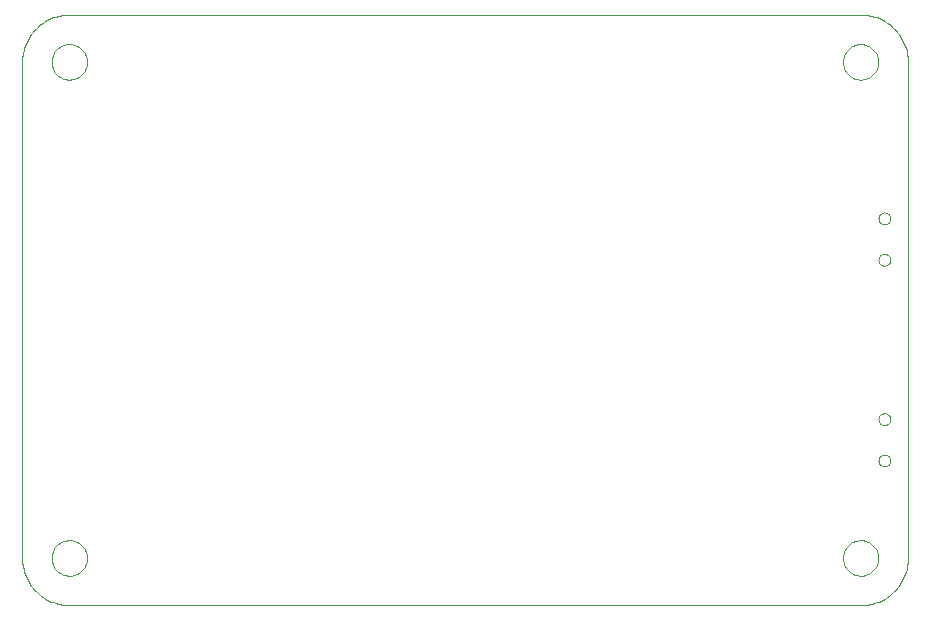
<source format=gko>
G75*
G70*
%OFA0B0*%
%FSLAX24Y24*%
%IPPOS*%
%LPD*%
%AMOC8*
5,1,8,0,0,1.08239X$1,22.5*
%
%ADD10C,0.0000*%
D10*
X001675Y000100D02*
X028053Y000100D01*
X028130Y000102D01*
X028207Y000108D01*
X028284Y000117D01*
X028360Y000130D01*
X028436Y000147D01*
X028510Y000168D01*
X028584Y000192D01*
X028656Y000220D01*
X028726Y000251D01*
X028795Y000286D01*
X028863Y000324D01*
X028928Y000365D01*
X028991Y000410D01*
X029052Y000458D01*
X029111Y000508D01*
X029167Y000561D01*
X029220Y000617D01*
X029270Y000676D01*
X029318Y000737D01*
X029363Y000800D01*
X029404Y000865D01*
X029442Y000933D01*
X029477Y001002D01*
X029508Y001072D01*
X029536Y001144D01*
X029560Y001218D01*
X029581Y001292D01*
X029598Y001368D01*
X029611Y001444D01*
X029620Y001521D01*
X029626Y001598D01*
X029628Y001675D01*
X029628Y018210D01*
X029626Y018287D01*
X029620Y018364D01*
X029611Y018441D01*
X029598Y018517D01*
X029581Y018593D01*
X029560Y018667D01*
X029536Y018741D01*
X029508Y018813D01*
X029477Y018883D01*
X029442Y018952D01*
X029404Y019020D01*
X029363Y019085D01*
X029318Y019148D01*
X029270Y019209D01*
X029220Y019268D01*
X029167Y019324D01*
X029111Y019377D01*
X029052Y019427D01*
X028991Y019475D01*
X028928Y019520D01*
X028863Y019561D01*
X028795Y019599D01*
X028726Y019634D01*
X028656Y019665D01*
X028584Y019693D01*
X028510Y019717D01*
X028436Y019738D01*
X028360Y019755D01*
X028284Y019768D01*
X028207Y019777D01*
X028130Y019783D01*
X028053Y019785D01*
X001675Y019785D01*
X001598Y019783D01*
X001521Y019777D01*
X001444Y019768D01*
X001368Y019755D01*
X001292Y019738D01*
X001218Y019717D01*
X001144Y019693D01*
X001072Y019665D01*
X001002Y019634D01*
X000933Y019599D01*
X000865Y019561D01*
X000800Y019520D01*
X000737Y019475D01*
X000676Y019427D01*
X000617Y019377D01*
X000561Y019324D01*
X000508Y019268D01*
X000458Y019209D01*
X000410Y019148D01*
X000365Y019085D01*
X000324Y019020D01*
X000286Y018952D01*
X000251Y018883D01*
X000220Y018813D01*
X000192Y018741D01*
X000168Y018667D01*
X000147Y018593D01*
X000130Y018517D01*
X000117Y018441D01*
X000108Y018364D01*
X000102Y018287D01*
X000100Y018210D01*
X000100Y001675D01*
X000102Y001598D01*
X000108Y001521D01*
X000117Y001444D01*
X000130Y001368D01*
X000147Y001292D01*
X000168Y001218D01*
X000192Y001144D01*
X000220Y001072D01*
X000251Y001002D01*
X000286Y000933D01*
X000324Y000865D01*
X000365Y000800D01*
X000410Y000737D01*
X000458Y000676D01*
X000508Y000617D01*
X000561Y000561D01*
X000617Y000508D01*
X000676Y000458D01*
X000737Y000410D01*
X000800Y000365D01*
X000865Y000324D01*
X000933Y000286D01*
X001002Y000251D01*
X001072Y000220D01*
X001144Y000192D01*
X001218Y000168D01*
X001292Y000147D01*
X001368Y000130D01*
X001444Y000117D01*
X001521Y000108D01*
X001598Y000102D01*
X001675Y000100D01*
X001084Y001675D02*
X001086Y001723D01*
X001092Y001771D01*
X001102Y001818D01*
X001115Y001864D01*
X001133Y001909D01*
X001153Y001953D01*
X001178Y001995D01*
X001206Y002034D01*
X001236Y002071D01*
X001270Y002105D01*
X001307Y002137D01*
X001345Y002166D01*
X001386Y002191D01*
X001429Y002213D01*
X001474Y002231D01*
X001520Y002245D01*
X001567Y002256D01*
X001615Y002263D01*
X001663Y002266D01*
X001711Y002265D01*
X001759Y002260D01*
X001807Y002251D01*
X001853Y002239D01*
X001898Y002222D01*
X001942Y002202D01*
X001984Y002179D01*
X002024Y002152D01*
X002062Y002122D01*
X002097Y002089D01*
X002129Y002053D01*
X002159Y002015D01*
X002185Y001974D01*
X002207Y001931D01*
X002227Y001887D01*
X002242Y001842D01*
X002254Y001795D01*
X002262Y001747D01*
X002266Y001699D01*
X002266Y001651D01*
X002262Y001603D01*
X002254Y001555D01*
X002242Y001508D01*
X002227Y001463D01*
X002207Y001419D01*
X002185Y001376D01*
X002159Y001335D01*
X002129Y001297D01*
X002097Y001261D01*
X002062Y001228D01*
X002024Y001198D01*
X001984Y001171D01*
X001942Y001148D01*
X001898Y001128D01*
X001853Y001111D01*
X001807Y001099D01*
X001759Y001090D01*
X001711Y001085D01*
X001663Y001084D01*
X001615Y001087D01*
X001567Y001094D01*
X001520Y001105D01*
X001474Y001119D01*
X001429Y001137D01*
X001386Y001159D01*
X001345Y001184D01*
X001307Y001213D01*
X001270Y001245D01*
X001236Y001279D01*
X001206Y001316D01*
X001178Y001355D01*
X001153Y001397D01*
X001133Y001441D01*
X001115Y001486D01*
X001102Y001532D01*
X001092Y001579D01*
X001086Y001627D01*
X001084Y001675D01*
X001084Y018210D02*
X001086Y018258D01*
X001092Y018306D01*
X001102Y018353D01*
X001115Y018399D01*
X001133Y018444D01*
X001153Y018488D01*
X001178Y018530D01*
X001206Y018569D01*
X001236Y018606D01*
X001270Y018640D01*
X001307Y018672D01*
X001345Y018701D01*
X001386Y018726D01*
X001429Y018748D01*
X001474Y018766D01*
X001520Y018780D01*
X001567Y018791D01*
X001615Y018798D01*
X001663Y018801D01*
X001711Y018800D01*
X001759Y018795D01*
X001807Y018786D01*
X001853Y018774D01*
X001898Y018757D01*
X001942Y018737D01*
X001984Y018714D01*
X002024Y018687D01*
X002062Y018657D01*
X002097Y018624D01*
X002129Y018588D01*
X002159Y018550D01*
X002185Y018509D01*
X002207Y018466D01*
X002227Y018422D01*
X002242Y018377D01*
X002254Y018330D01*
X002262Y018282D01*
X002266Y018234D01*
X002266Y018186D01*
X002262Y018138D01*
X002254Y018090D01*
X002242Y018043D01*
X002227Y017998D01*
X002207Y017954D01*
X002185Y017911D01*
X002159Y017870D01*
X002129Y017832D01*
X002097Y017796D01*
X002062Y017763D01*
X002024Y017733D01*
X001984Y017706D01*
X001942Y017683D01*
X001898Y017663D01*
X001853Y017646D01*
X001807Y017634D01*
X001759Y017625D01*
X001711Y017620D01*
X001663Y017619D01*
X001615Y017622D01*
X001567Y017629D01*
X001520Y017640D01*
X001474Y017654D01*
X001429Y017672D01*
X001386Y017694D01*
X001345Y017719D01*
X001307Y017748D01*
X001270Y017780D01*
X001236Y017814D01*
X001206Y017851D01*
X001178Y017890D01*
X001153Y017932D01*
X001133Y017976D01*
X001115Y018021D01*
X001102Y018067D01*
X001092Y018114D01*
X001086Y018162D01*
X001084Y018210D01*
X027462Y018210D02*
X027464Y018258D01*
X027470Y018306D01*
X027480Y018353D01*
X027493Y018399D01*
X027511Y018444D01*
X027531Y018488D01*
X027556Y018530D01*
X027584Y018569D01*
X027614Y018606D01*
X027648Y018640D01*
X027685Y018672D01*
X027723Y018701D01*
X027764Y018726D01*
X027807Y018748D01*
X027852Y018766D01*
X027898Y018780D01*
X027945Y018791D01*
X027993Y018798D01*
X028041Y018801D01*
X028089Y018800D01*
X028137Y018795D01*
X028185Y018786D01*
X028231Y018774D01*
X028276Y018757D01*
X028320Y018737D01*
X028362Y018714D01*
X028402Y018687D01*
X028440Y018657D01*
X028475Y018624D01*
X028507Y018588D01*
X028537Y018550D01*
X028563Y018509D01*
X028585Y018466D01*
X028605Y018422D01*
X028620Y018377D01*
X028632Y018330D01*
X028640Y018282D01*
X028644Y018234D01*
X028644Y018186D01*
X028640Y018138D01*
X028632Y018090D01*
X028620Y018043D01*
X028605Y017998D01*
X028585Y017954D01*
X028563Y017911D01*
X028537Y017870D01*
X028507Y017832D01*
X028475Y017796D01*
X028440Y017763D01*
X028402Y017733D01*
X028362Y017706D01*
X028320Y017683D01*
X028276Y017663D01*
X028231Y017646D01*
X028185Y017634D01*
X028137Y017625D01*
X028089Y017620D01*
X028041Y017619D01*
X027993Y017622D01*
X027945Y017629D01*
X027898Y017640D01*
X027852Y017654D01*
X027807Y017672D01*
X027764Y017694D01*
X027723Y017719D01*
X027685Y017748D01*
X027648Y017780D01*
X027614Y017814D01*
X027584Y017851D01*
X027556Y017890D01*
X027531Y017932D01*
X027511Y017976D01*
X027493Y018021D01*
X027480Y018067D01*
X027470Y018114D01*
X027464Y018162D01*
X027462Y018210D01*
X028643Y012994D02*
X028645Y013021D01*
X028651Y013048D01*
X028660Y013074D01*
X028673Y013098D01*
X028689Y013121D01*
X028708Y013140D01*
X028730Y013157D01*
X028754Y013171D01*
X028779Y013181D01*
X028806Y013188D01*
X028833Y013191D01*
X028861Y013190D01*
X028888Y013185D01*
X028914Y013177D01*
X028938Y013165D01*
X028961Y013149D01*
X028982Y013131D01*
X028999Y013110D01*
X029014Y013086D01*
X029025Y013061D01*
X029033Y013035D01*
X029037Y013008D01*
X029037Y012980D01*
X029033Y012953D01*
X029025Y012927D01*
X029014Y012902D01*
X028999Y012878D01*
X028982Y012857D01*
X028961Y012839D01*
X028939Y012823D01*
X028914Y012811D01*
X028888Y012803D01*
X028861Y012798D01*
X028833Y012797D01*
X028806Y012800D01*
X028779Y012807D01*
X028754Y012817D01*
X028730Y012831D01*
X028708Y012848D01*
X028689Y012867D01*
X028673Y012890D01*
X028660Y012914D01*
X028651Y012940D01*
X028645Y012967D01*
X028643Y012994D01*
X028643Y011616D02*
X028645Y011643D01*
X028651Y011670D01*
X028660Y011696D01*
X028673Y011720D01*
X028689Y011743D01*
X028708Y011762D01*
X028730Y011779D01*
X028754Y011793D01*
X028779Y011803D01*
X028806Y011810D01*
X028833Y011813D01*
X028861Y011812D01*
X028888Y011807D01*
X028914Y011799D01*
X028938Y011787D01*
X028961Y011771D01*
X028982Y011753D01*
X028999Y011732D01*
X029014Y011708D01*
X029025Y011683D01*
X029033Y011657D01*
X029037Y011630D01*
X029037Y011602D01*
X029033Y011575D01*
X029025Y011549D01*
X029014Y011524D01*
X028999Y011500D01*
X028982Y011479D01*
X028961Y011461D01*
X028939Y011445D01*
X028914Y011433D01*
X028888Y011425D01*
X028861Y011420D01*
X028833Y011419D01*
X028806Y011422D01*
X028779Y011429D01*
X028754Y011439D01*
X028730Y011453D01*
X028708Y011470D01*
X028689Y011489D01*
X028673Y011512D01*
X028660Y011536D01*
X028651Y011562D01*
X028645Y011589D01*
X028643Y011616D01*
X028643Y006301D02*
X028645Y006328D01*
X028651Y006355D01*
X028660Y006381D01*
X028673Y006405D01*
X028689Y006428D01*
X028708Y006447D01*
X028730Y006464D01*
X028754Y006478D01*
X028779Y006488D01*
X028806Y006495D01*
X028833Y006498D01*
X028861Y006497D01*
X028888Y006492D01*
X028914Y006484D01*
X028938Y006472D01*
X028961Y006456D01*
X028982Y006438D01*
X028999Y006417D01*
X029014Y006393D01*
X029025Y006368D01*
X029033Y006342D01*
X029037Y006315D01*
X029037Y006287D01*
X029033Y006260D01*
X029025Y006234D01*
X029014Y006209D01*
X028999Y006185D01*
X028982Y006164D01*
X028961Y006146D01*
X028939Y006130D01*
X028914Y006118D01*
X028888Y006110D01*
X028861Y006105D01*
X028833Y006104D01*
X028806Y006107D01*
X028779Y006114D01*
X028754Y006124D01*
X028730Y006138D01*
X028708Y006155D01*
X028689Y006174D01*
X028673Y006197D01*
X028660Y006221D01*
X028651Y006247D01*
X028645Y006274D01*
X028643Y006301D01*
X028643Y004923D02*
X028645Y004950D01*
X028651Y004977D01*
X028660Y005003D01*
X028673Y005027D01*
X028689Y005050D01*
X028708Y005069D01*
X028730Y005086D01*
X028754Y005100D01*
X028779Y005110D01*
X028806Y005117D01*
X028833Y005120D01*
X028861Y005119D01*
X028888Y005114D01*
X028914Y005106D01*
X028938Y005094D01*
X028961Y005078D01*
X028982Y005060D01*
X028999Y005039D01*
X029014Y005015D01*
X029025Y004990D01*
X029033Y004964D01*
X029037Y004937D01*
X029037Y004909D01*
X029033Y004882D01*
X029025Y004856D01*
X029014Y004831D01*
X028999Y004807D01*
X028982Y004786D01*
X028961Y004768D01*
X028939Y004752D01*
X028914Y004740D01*
X028888Y004732D01*
X028861Y004727D01*
X028833Y004726D01*
X028806Y004729D01*
X028779Y004736D01*
X028754Y004746D01*
X028730Y004760D01*
X028708Y004777D01*
X028689Y004796D01*
X028673Y004819D01*
X028660Y004843D01*
X028651Y004869D01*
X028645Y004896D01*
X028643Y004923D01*
X027462Y001675D02*
X027464Y001723D01*
X027470Y001771D01*
X027480Y001818D01*
X027493Y001864D01*
X027511Y001909D01*
X027531Y001953D01*
X027556Y001995D01*
X027584Y002034D01*
X027614Y002071D01*
X027648Y002105D01*
X027685Y002137D01*
X027723Y002166D01*
X027764Y002191D01*
X027807Y002213D01*
X027852Y002231D01*
X027898Y002245D01*
X027945Y002256D01*
X027993Y002263D01*
X028041Y002266D01*
X028089Y002265D01*
X028137Y002260D01*
X028185Y002251D01*
X028231Y002239D01*
X028276Y002222D01*
X028320Y002202D01*
X028362Y002179D01*
X028402Y002152D01*
X028440Y002122D01*
X028475Y002089D01*
X028507Y002053D01*
X028537Y002015D01*
X028563Y001974D01*
X028585Y001931D01*
X028605Y001887D01*
X028620Y001842D01*
X028632Y001795D01*
X028640Y001747D01*
X028644Y001699D01*
X028644Y001651D01*
X028640Y001603D01*
X028632Y001555D01*
X028620Y001508D01*
X028605Y001463D01*
X028585Y001419D01*
X028563Y001376D01*
X028537Y001335D01*
X028507Y001297D01*
X028475Y001261D01*
X028440Y001228D01*
X028402Y001198D01*
X028362Y001171D01*
X028320Y001148D01*
X028276Y001128D01*
X028231Y001111D01*
X028185Y001099D01*
X028137Y001090D01*
X028089Y001085D01*
X028041Y001084D01*
X027993Y001087D01*
X027945Y001094D01*
X027898Y001105D01*
X027852Y001119D01*
X027807Y001137D01*
X027764Y001159D01*
X027723Y001184D01*
X027685Y001213D01*
X027648Y001245D01*
X027614Y001279D01*
X027584Y001316D01*
X027556Y001355D01*
X027531Y001397D01*
X027511Y001441D01*
X027493Y001486D01*
X027480Y001532D01*
X027470Y001579D01*
X027464Y001627D01*
X027462Y001675D01*
M02*

</source>
